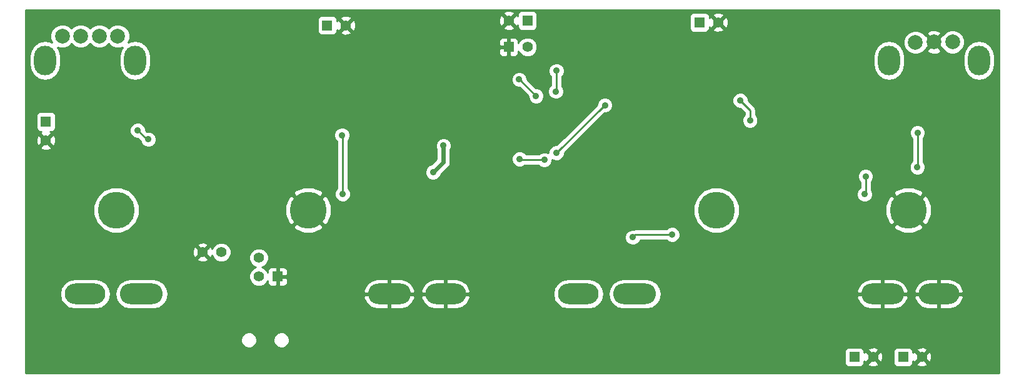
<source format=gbl>
G04 (created by PCBNEW (2013-07-07 BZR 4022)-stable) date 4/19/2015 11:38:55 PM*
%MOIN*%
G04 Gerber Fmt 3.4, Leading zero omitted, Abs format*
%FSLAX34Y34*%
G01*
G70*
G90*
G04 APERTURE LIST*
%ADD10C,0.00590551*%
%ADD11R,0.055X0.055*%
%ADD12C,0.055*%
%ADD13O,0.228346X0.110236*%
%ADD14O,0.216535X0.110236*%
%ADD15C,0.19685*%
%ADD16C,0.0787402*%
%ADD17O,0.11811X0.15748*%
%ADD18C,0.035*%
%ADD19C,0.01*%
%ADD20C,0.023622*%
G04 APERTURE END LIST*
G54D10*
G54D11*
X66250Y-85050D03*
G54D12*
X65250Y-85050D03*
X65250Y-84050D03*
G54D13*
X98503Y-85984D03*
G54D14*
X101503Y-85984D03*
G54D15*
X57650Y-81500D03*
X67886Y-81500D03*
X89650Y-81500D03*
X99886Y-81500D03*
G54D12*
X63250Y-83750D03*
X62250Y-83750D03*
G54D16*
X100265Y-72537D03*
X101250Y-72517D03*
X102234Y-72517D03*
G54D17*
X103651Y-73501D03*
X98848Y-73501D03*
G54D16*
X54773Y-72202D03*
X55757Y-72202D03*
X56742Y-72202D03*
X57726Y-72202D03*
G54D17*
X58651Y-73501D03*
X53848Y-73501D03*
G54D11*
X78574Y-72783D03*
G54D12*
X79574Y-72783D03*
G54D11*
X79574Y-71371D03*
G54D12*
X78574Y-71371D03*
G54D11*
X88748Y-71470D03*
G54D12*
X89748Y-71470D03*
G54D11*
X68896Y-71627D03*
G54D12*
X69896Y-71627D03*
G54D11*
X53897Y-76771D03*
G54D12*
X53897Y-77771D03*
G54D13*
X58996Y-85984D03*
G54D14*
X55996Y-85984D03*
G54D13*
X85295Y-85984D03*
G54D14*
X82295Y-85984D03*
G54D13*
X72204Y-85984D03*
G54D14*
X75204Y-85984D03*
G54D11*
X97000Y-89350D03*
G54D12*
X98000Y-89350D03*
G54D11*
X99600Y-89350D03*
G54D12*
X100600Y-89350D03*
G54D18*
X81120Y-74050D03*
X81090Y-75160D03*
X79130Y-74520D03*
X80030Y-75400D03*
X83700Y-75890D03*
X81120Y-78440D03*
X65250Y-84050D03*
X74540Y-79480D03*
X75098Y-78051D03*
X69690Y-77490D03*
X69720Y-80640D03*
X87290Y-82810D03*
X85190Y-82950D03*
X59360Y-77720D03*
X58790Y-77240D03*
X58650Y-75850D03*
X66200Y-86600D03*
X61000Y-77200D03*
X90150Y-78290D03*
X90040Y-74713D03*
X103090Y-80510D03*
X69890Y-72410D03*
X74550Y-78420D03*
X78740Y-81820D03*
X77300Y-75380D03*
X73480Y-75060D03*
X80470Y-78820D03*
X79150Y-78770D03*
X97550Y-80650D03*
X97600Y-79700D03*
X100370Y-77370D03*
X100360Y-79200D03*
X91440Y-76700D03*
X90920Y-75640D03*
G54D19*
X81120Y-75130D02*
X81120Y-74050D01*
X81090Y-75160D02*
X81120Y-75130D01*
X79150Y-74520D02*
X79130Y-74520D01*
X80030Y-75400D02*
X79150Y-74520D01*
X83670Y-75890D02*
X83700Y-75890D01*
X81120Y-78440D02*
X83670Y-75890D01*
G54D20*
X75098Y-78543D02*
X75098Y-78938D01*
X75098Y-78051D02*
X75098Y-78543D01*
G54D19*
X74556Y-79480D02*
X74540Y-79480D01*
G54D20*
X75098Y-78938D02*
X74556Y-79480D01*
G54D19*
X69690Y-77490D02*
X69720Y-77520D01*
X69720Y-77520D02*
X69720Y-80640D01*
X85330Y-82810D02*
X87290Y-82810D01*
X85190Y-82950D02*
X85330Y-82810D01*
X59270Y-77720D02*
X59360Y-77720D01*
X58790Y-77240D02*
X59270Y-77720D01*
X79200Y-78820D02*
X80470Y-78820D01*
X79150Y-78770D02*
X79200Y-78820D01*
X97550Y-80650D02*
X97600Y-80600D01*
X97600Y-80600D02*
X97600Y-79700D01*
X100370Y-79190D02*
X100370Y-77370D01*
X100360Y-79200D02*
X100370Y-79190D01*
X91440Y-76160D02*
X91440Y-76700D01*
X90920Y-75640D02*
X91440Y-76160D01*
G54D10*
G36*
X104700Y-90201D02*
X104492Y-90201D01*
X104492Y-73719D01*
X104492Y-73284D01*
X104428Y-72963D01*
X104245Y-72690D01*
X103973Y-72508D01*
X103651Y-72444D01*
X103329Y-72508D01*
X103057Y-72690D01*
X102878Y-72958D01*
X102878Y-72390D01*
X102780Y-72153D01*
X102599Y-71972D01*
X102362Y-71874D01*
X102106Y-71873D01*
X101870Y-71971D01*
X101706Y-72135D01*
X101703Y-72134D01*
X101633Y-72205D01*
X101633Y-72063D01*
X101594Y-71958D01*
X101354Y-71869D01*
X101098Y-71879D01*
X100905Y-71958D01*
X100866Y-72063D01*
X101250Y-72447D01*
X101633Y-72063D01*
X101633Y-72205D01*
X101320Y-72517D01*
X101703Y-72900D01*
X101706Y-72899D01*
X101869Y-73063D01*
X102105Y-73161D01*
X102361Y-73161D01*
X102598Y-73063D01*
X102779Y-72882D01*
X102877Y-72646D01*
X102878Y-72390D01*
X102878Y-72958D01*
X102875Y-72963D01*
X102811Y-73284D01*
X102811Y-73719D01*
X102875Y-74040D01*
X103057Y-74313D01*
X103329Y-74495D01*
X103651Y-74559D01*
X103973Y-74495D01*
X104245Y-74313D01*
X104428Y-74040D01*
X104492Y-73719D01*
X104492Y-90201D01*
X102817Y-90201D01*
X102817Y-86158D01*
X102817Y-85809D01*
X102794Y-85723D01*
X102637Y-85453D01*
X102388Y-85263D01*
X102085Y-85183D01*
X101633Y-85183D01*
X101633Y-72971D01*
X101250Y-72588D01*
X101179Y-72659D01*
X101179Y-72517D01*
X100796Y-72134D01*
X100779Y-72140D01*
X100630Y-71992D01*
X100394Y-71893D01*
X100138Y-71893D01*
X99901Y-71991D01*
X99720Y-72172D01*
X99622Y-72408D01*
X99621Y-72664D01*
X99719Y-72901D01*
X99900Y-73082D01*
X100137Y-73180D01*
X100393Y-73181D01*
X100629Y-73083D01*
X100811Y-72902D01*
X100822Y-72874D01*
X101179Y-72517D01*
X101179Y-72659D01*
X100866Y-72971D01*
X100905Y-73076D01*
X101145Y-73165D01*
X101401Y-73156D01*
X101594Y-73076D01*
X101633Y-72971D01*
X101633Y-85183D01*
X101553Y-85183D01*
X101553Y-85934D01*
X102772Y-85934D01*
X102817Y-85809D01*
X102817Y-86158D01*
X102772Y-86034D01*
X101553Y-86034D01*
X101553Y-86785D01*
X102085Y-86785D01*
X102388Y-86705D01*
X102637Y-86515D01*
X102794Y-86244D01*
X102817Y-86158D01*
X102817Y-90201D01*
X101453Y-90201D01*
X101453Y-86785D01*
X101453Y-86034D01*
X101453Y-85934D01*
X101453Y-85183D01*
X101120Y-85183D01*
X101120Y-81744D01*
X101120Y-81253D01*
X100932Y-80801D01*
X100795Y-80709D01*
X100795Y-77285D01*
X100730Y-77129D01*
X100611Y-77009D01*
X100454Y-76945D01*
X100285Y-76944D01*
X100129Y-77009D01*
X100009Y-77128D01*
X99945Y-77285D01*
X99944Y-77454D01*
X100009Y-77610D01*
X100070Y-77671D01*
X100070Y-78888D01*
X99999Y-78958D01*
X99935Y-79115D01*
X99934Y-79284D01*
X99999Y-79440D01*
X100118Y-79560D01*
X100275Y-79624D01*
X100444Y-79625D01*
X100600Y-79560D01*
X100720Y-79441D01*
X100784Y-79284D01*
X100785Y-79115D01*
X100720Y-78959D01*
X100670Y-78908D01*
X100670Y-77671D01*
X100730Y-77611D01*
X100794Y-77454D01*
X100795Y-77285D01*
X100795Y-80709D01*
X100766Y-80690D01*
X100695Y-80761D01*
X100695Y-80619D01*
X100584Y-80453D01*
X100131Y-80265D01*
X99688Y-80265D01*
X99688Y-73719D01*
X99688Y-73284D01*
X99624Y-72963D01*
X99442Y-72690D01*
X99170Y-72508D01*
X98848Y-72444D01*
X98526Y-72508D01*
X98254Y-72690D01*
X98071Y-72963D01*
X98007Y-73284D01*
X98007Y-73719D01*
X98071Y-74040D01*
X98254Y-74313D01*
X98526Y-74495D01*
X98848Y-74559D01*
X99170Y-74495D01*
X99442Y-74313D01*
X99624Y-74040D01*
X99688Y-73719D01*
X99688Y-80265D01*
X99640Y-80265D01*
X99187Y-80453D01*
X99076Y-80619D01*
X99886Y-81429D01*
X100695Y-80619D01*
X100695Y-80761D01*
X99956Y-81500D01*
X100766Y-82309D01*
X100932Y-82198D01*
X101120Y-81744D01*
X101120Y-85183D01*
X100922Y-85183D01*
X100695Y-85243D01*
X100695Y-82380D01*
X99886Y-81570D01*
X99815Y-81641D01*
X99815Y-81500D01*
X99005Y-80690D01*
X98839Y-80801D01*
X98651Y-81255D01*
X98652Y-81746D01*
X98839Y-82198D01*
X99005Y-82309D01*
X99815Y-81500D01*
X99815Y-81641D01*
X99076Y-82380D01*
X99187Y-82546D01*
X99641Y-82734D01*
X100132Y-82734D01*
X100584Y-82546D01*
X100695Y-82380D01*
X100695Y-85243D01*
X100619Y-85263D01*
X100370Y-85453D01*
X100213Y-85723D01*
X100190Y-85809D01*
X100235Y-85934D01*
X101453Y-85934D01*
X101453Y-86034D01*
X100235Y-86034D01*
X100190Y-86158D01*
X100213Y-86244D01*
X100370Y-86515D01*
X100619Y-86705D01*
X100922Y-86785D01*
X101453Y-86785D01*
X101453Y-90201D01*
X101129Y-90201D01*
X101129Y-89425D01*
X101118Y-89217D01*
X101060Y-89077D01*
X100967Y-89052D01*
X100897Y-89123D01*
X100897Y-88982D01*
X100872Y-88889D01*
X100675Y-88820D01*
X100467Y-88831D01*
X100327Y-88889D01*
X100302Y-88982D01*
X100600Y-89279D01*
X100897Y-88982D01*
X100897Y-89123D01*
X100670Y-89350D01*
X100967Y-89647D01*
X101060Y-89622D01*
X101129Y-89425D01*
X101129Y-90201D01*
X100897Y-90201D01*
X100897Y-89717D01*
X100600Y-89420D01*
X100529Y-89491D01*
X100529Y-89350D01*
X100232Y-89052D01*
X100139Y-89077D01*
X100125Y-89118D01*
X100125Y-89025D01*
X100087Y-88933D01*
X100016Y-88863D01*
X99924Y-88825D01*
X99876Y-88825D01*
X99876Y-86158D01*
X99876Y-85809D01*
X99853Y-85723D01*
X99696Y-85453D01*
X99447Y-85263D01*
X99144Y-85183D01*
X98553Y-85183D01*
X98553Y-85934D01*
X99831Y-85934D01*
X99876Y-85809D01*
X99876Y-86158D01*
X99831Y-86034D01*
X98553Y-86034D01*
X98553Y-86785D01*
X99144Y-86785D01*
X99447Y-86705D01*
X99696Y-86515D01*
X99853Y-86244D01*
X99876Y-86158D01*
X99876Y-88825D01*
X99825Y-88824D01*
X99275Y-88824D01*
X99183Y-88862D01*
X99113Y-88933D01*
X99075Y-89025D01*
X99074Y-89124D01*
X99074Y-89674D01*
X99112Y-89766D01*
X99183Y-89836D01*
X99275Y-89874D01*
X99374Y-89875D01*
X99924Y-89875D01*
X100016Y-89837D01*
X100086Y-89766D01*
X100124Y-89674D01*
X100125Y-89587D01*
X100139Y-89622D01*
X100232Y-89647D01*
X100529Y-89350D01*
X100529Y-89491D01*
X100302Y-89717D01*
X100327Y-89810D01*
X100524Y-89879D01*
X100732Y-89868D01*
X100872Y-89810D01*
X100897Y-89717D01*
X100897Y-90201D01*
X98529Y-90201D01*
X98529Y-89425D01*
X98518Y-89217D01*
X98460Y-89077D01*
X98453Y-89075D01*
X98453Y-86785D01*
X98453Y-86034D01*
X98453Y-85934D01*
X98453Y-85183D01*
X98025Y-85183D01*
X98025Y-79615D01*
X97960Y-79459D01*
X97841Y-79339D01*
X97684Y-79275D01*
X97515Y-79274D01*
X97359Y-79339D01*
X97239Y-79458D01*
X97175Y-79615D01*
X97174Y-79784D01*
X97239Y-79940D01*
X97300Y-80001D01*
X97300Y-80299D01*
X97189Y-80408D01*
X97125Y-80565D01*
X97124Y-80734D01*
X97189Y-80890D01*
X97308Y-81010D01*
X97465Y-81074D01*
X97634Y-81075D01*
X97790Y-81010D01*
X97910Y-80891D01*
X97974Y-80734D01*
X97975Y-80565D01*
X97910Y-80409D01*
X97900Y-80399D01*
X97900Y-80001D01*
X97960Y-79941D01*
X98024Y-79784D01*
X98025Y-79615D01*
X98025Y-85183D01*
X97863Y-85183D01*
X97560Y-85263D01*
X97311Y-85453D01*
X97154Y-85723D01*
X97131Y-85809D01*
X97176Y-85934D01*
X98453Y-85934D01*
X98453Y-86034D01*
X97176Y-86034D01*
X97131Y-86158D01*
X97154Y-86244D01*
X97311Y-86515D01*
X97560Y-86705D01*
X97863Y-86785D01*
X98453Y-86785D01*
X98453Y-89075D01*
X98367Y-89052D01*
X98297Y-89123D01*
X98297Y-88982D01*
X98272Y-88889D01*
X98075Y-88820D01*
X97867Y-88831D01*
X97727Y-88889D01*
X97702Y-88982D01*
X98000Y-89279D01*
X98297Y-88982D01*
X98297Y-89123D01*
X98070Y-89350D01*
X98367Y-89647D01*
X98460Y-89622D01*
X98529Y-89425D01*
X98529Y-90201D01*
X98297Y-90201D01*
X98297Y-89717D01*
X98000Y-89420D01*
X97929Y-89491D01*
X97929Y-89350D01*
X97632Y-89052D01*
X97539Y-89077D01*
X97525Y-89118D01*
X97525Y-89025D01*
X97487Y-88933D01*
X97416Y-88863D01*
X97324Y-88825D01*
X97225Y-88824D01*
X96675Y-88824D01*
X96583Y-88862D01*
X96513Y-88933D01*
X96475Y-89025D01*
X96474Y-89124D01*
X96474Y-89674D01*
X96512Y-89766D01*
X96583Y-89836D01*
X96675Y-89874D01*
X96774Y-89875D01*
X97324Y-89875D01*
X97416Y-89837D01*
X97486Y-89766D01*
X97524Y-89674D01*
X97525Y-89587D01*
X97539Y-89622D01*
X97632Y-89647D01*
X97929Y-89350D01*
X97929Y-89491D01*
X97702Y-89717D01*
X97727Y-89810D01*
X97924Y-89879D01*
X98132Y-89868D01*
X98272Y-89810D01*
X98297Y-89717D01*
X98297Y-90201D01*
X91865Y-90201D01*
X91865Y-76615D01*
X91800Y-76459D01*
X91740Y-76398D01*
X91740Y-76160D01*
X91717Y-76045D01*
X91652Y-75947D01*
X91652Y-75947D01*
X91344Y-75640D01*
X91345Y-75555D01*
X91280Y-75399D01*
X91161Y-75279D01*
X91004Y-75215D01*
X90835Y-75214D01*
X90679Y-75279D01*
X90559Y-75398D01*
X90495Y-75555D01*
X90494Y-75724D01*
X90559Y-75880D01*
X90678Y-76000D01*
X90835Y-76064D01*
X90920Y-76065D01*
X91140Y-76284D01*
X91140Y-76398D01*
X91079Y-76458D01*
X91015Y-76615D01*
X91014Y-76784D01*
X91079Y-76940D01*
X91198Y-77060D01*
X91355Y-77124D01*
X91524Y-77125D01*
X91680Y-77060D01*
X91800Y-76941D01*
X91864Y-76784D01*
X91865Y-76615D01*
X91865Y-90201D01*
X90884Y-90201D01*
X90884Y-81255D01*
X90696Y-80801D01*
X90350Y-80454D01*
X90278Y-80424D01*
X90278Y-71545D01*
X90267Y-71337D01*
X90209Y-71197D01*
X90116Y-71172D01*
X90045Y-71243D01*
X90045Y-71102D01*
X90021Y-71009D01*
X89824Y-70940D01*
X89616Y-70951D01*
X89476Y-71009D01*
X89451Y-71102D01*
X89748Y-71399D01*
X90045Y-71102D01*
X90045Y-71243D01*
X89819Y-71470D01*
X90116Y-71767D01*
X90209Y-71742D01*
X90278Y-71545D01*
X90278Y-80424D01*
X90045Y-80327D01*
X90045Y-71837D01*
X89748Y-71540D01*
X89678Y-71611D01*
X89678Y-71470D01*
X89381Y-71172D01*
X89288Y-71197D01*
X89273Y-71238D01*
X89273Y-71145D01*
X89235Y-71053D01*
X89165Y-70983D01*
X89073Y-70945D01*
X88974Y-70945D01*
X88424Y-70945D01*
X88332Y-70983D01*
X88262Y-71053D01*
X88223Y-71145D01*
X88223Y-71244D01*
X88223Y-71794D01*
X88261Y-71886D01*
X88332Y-71956D01*
X88423Y-71995D01*
X88523Y-71995D01*
X89073Y-71995D01*
X89165Y-71957D01*
X89235Y-71886D01*
X89273Y-71795D01*
X89273Y-71708D01*
X89288Y-71742D01*
X89381Y-71767D01*
X89678Y-71470D01*
X89678Y-71611D01*
X89451Y-71837D01*
X89476Y-71930D01*
X89673Y-71999D01*
X89881Y-71988D01*
X90021Y-71930D01*
X90045Y-71837D01*
X90045Y-80327D01*
X89896Y-80265D01*
X89405Y-80265D01*
X88951Y-80453D01*
X88604Y-80799D01*
X88415Y-81253D01*
X88415Y-81744D01*
X88603Y-82198D01*
X88949Y-82545D01*
X89403Y-82734D01*
X89894Y-82734D01*
X90348Y-82546D01*
X90695Y-82200D01*
X90884Y-81746D01*
X90884Y-81255D01*
X90884Y-90201D01*
X87715Y-90201D01*
X87715Y-82725D01*
X87650Y-82569D01*
X87531Y-82449D01*
X87374Y-82385D01*
X87205Y-82384D01*
X87049Y-82449D01*
X86988Y-82510D01*
X85330Y-82510D01*
X85254Y-82525D01*
X85254Y-82525D01*
X85105Y-82524D01*
X84949Y-82589D01*
X84829Y-82708D01*
X84765Y-82865D01*
X84764Y-83034D01*
X84829Y-83190D01*
X84948Y-83310D01*
X85105Y-83374D01*
X85274Y-83375D01*
X85430Y-83310D01*
X85550Y-83191D01*
X85583Y-83110D01*
X86988Y-83110D01*
X87048Y-83170D01*
X87205Y-83234D01*
X87374Y-83235D01*
X87530Y-83170D01*
X87650Y-83051D01*
X87714Y-82894D01*
X87715Y-82725D01*
X87715Y-90201D01*
X86714Y-90201D01*
X86714Y-85984D01*
X86653Y-85677D01*
X86479Y-85417D01*
X86219Y-85244D01*
X85913Y-85183D01*
X84677Y-85183D01*
X84370Y-85244D01*
X84125Y-85408D01*
X84125Y-75805D01*
X84060Y-75649D01*
X83941Y-75529D01*
X83784Y-75465D01*
X83615Y-75464D01*
X83459Y-75529D01*
X83339Y-75648D01*
X83275Y-75805D01*
X83275Y-75860D01*
X81545Y-77590D01*
X81545Y-73965D01*
X81480Y-73809D01*
X81361Y-73689D01*
X81204Y-73625D01*
X81035Y-73624D01*
X80879Y-73689D01*
X80759Y-73808D01*
X80695Y-73965D01*
X80694Y-74134D01*
X80759Y-74290D01*
X80820Y-74351D01*
X80820Y-74829D01*
X80729Y-74918D01*
X80665Y-75075D01*
X80664Y-75244D01*
X80729Y-75400D01*
X80848Y-75520D01*
X81005Y-75584D01*
X81174Y-75585D01*
X81330Y-75520D01*
X81450Y-75401D01*
X81514Y-75244D01*
X81515Y-75075D01*
X81450Y-74919D01*
X81420Y-74889D01*
X81420Y-74351D01*
X81480Y-74291D01*
X81544Y-74134D01*
X81545Y-73965D01*
X81545Y-77590D01*
X81120Y-78015D01*
X81035Y-78014D01*
X80879Y-78079D01*
X80759Y-78198D01*
X80695Y-78355D01*
X80694Y-78453D01*
X80554Y-78395D01*
X80455Y-78394D01*
X80455Y-75315D01*
X80390Y-75159D01*
X80271Y-75039D01*
X80114Y-74975D01*
X80099Y-74975D01*
X80099Y-72679D01*
X80099Y-72679D01*
X80099Y-71597D01*
X80099Y-71047D01*
X80061Y-70955D01*
X79991Y-70884D01*
X79899Y-70846D01*
X79800Y-70846D01*
X79250Y-70846D01*
X79158Y-70884D01*
X79087Y-70954D01*
X79049Y-71046D01*
X79049Y-71133D01*
X79035Y-71098D01*
X78942Y-71074D01*
X78871Y-71145D01*
X78871Y-71003D01*
X78847Y-70911D01*
X78650Y-70841D01*
X78442Y-70853D01*
X78301Y-70911D01*
X78277Y-71003D01*
X78574Y-71300D01*
X78871Y-71003D01*
X78871Y-71145D01*
X78645Y-71371D01*
X78942Y-71668D01*
X79035Y-71644D01*
X79049Y-71603D01*
X79049Y-71696D01*
X79087Y-71788D01*
X79158Y-71858D01*
X79249Y-71896D01*
X79349Y-71896D01*
X79899Y-71896D01*
X79991Y-71858D01*
X80061Y-71788D01*
X80099Y-71696D01*
X80099Y-71597D01*
X80099Y-72679D01*
X80020Y-72486D01*
X79872Y-72338D01*
X79679Y-72258D01*
X79470Y-72258D01*
X79277Y-72338D01*
X79129Y-72485D01*
X79099Y-72558D01*
X79099Y-72557D01*
X79099Y-72458D01*
X79061Y-72366D01*
X78991Y-72296D01*
X78899Y-72258D01*
X78871Y-72258D01*
X78871Y-71739D01*
X78574Y-71442D01*
X78504Y-71513D01*
X78504Y-71371D01*
X78207Y-71074D01*
X78114Y-71098D01*
X78044Y-71295D01*
X78056Y-71504D01*
X78114Y-71644D01*
X78207Y-71668D01*
X78504Y-71371D01*
X78504Y-71513D01*
X78277Y-71739D01*
X78301Y-71832D01*
X78499Y-71901D01*
X78707Y-71890D01*
X78847Y-71832D01*
X78871Y-71739D01*
X78871Y-72258D01*
X78687Y-72258D01*
X78624Y-72320D01*
X78624Y-72733D01*
X78632Y-72733D01*
X78632Y-72833D01*
X78624Y-72833D01*
X78624Y-73245D01*
X78687Y-73308D01*
X78899Y-73308D01*
X78991Y-73270D01*
X79061Y-73200D01*
X79099Y-73108D01*
X79099Y-73008D01*
X79099Y-73008D01*
X79129Y-73080D01*
X79277Y-73228D01*
X79469Y-73308D01*
X79678Y-73308D01*
X79871Y-73228D01*
X80019Y-73081D01*
X80099Y-72888D01*
X80099Y-72679D01*
X80099Y-74975D01*
X80029Y-74974D01*
X79555Y-74500D01*
X79555Y-74435D01*
X79490Y-74279D01*
X79371Y-74159D01*
X79214Y-74095D01*
X79045Y-74094D01*
X78889Y-74159D01*
X78769Y-74278D01*
X78705Y-74435D01*
X78704Y-74604D01*
X78769Y-74760D01*
X78888Y-74880D01*
X79045Y-74944D01*
X79150Y-74945D01*
X79605Y-75399D01*
X79604Y-75484D01*
X79669Y-75640D01*
X79788Y-75760D01*
X79945Y-75824D01*
X80114Y-75825D01*
X80270Y-75760D01*
X80390Y-75641D01*
X80454Y-75484D01*
X80455Y-75315D01*
X80455Y-78394D01*
X80385Y-78394D01*
X80229Y-78459D01*
X80168Y-78520D01*
X79500Y-78520D01*
X79391Y-78409D01*
X79234Y-78345D01*
X79065Y-78344D01*
X78909Y-78409D01*
X78789Y-78528D01*
X78725Y-78685D01*
X78724Y-78854D01*
X78789Y-79010D01*
X78908Y-79130D01*
X79065Y-79194D01*
X79234Y-79195D01*
X79390Y-79130D01*
X79400Y-79120D01*
X80168Y-79120D01*
X80228Y-79180D01*
X80385Y-79244D01*
X80554Y-79245D01*
X80710Y-79180D01*
X80830Y-79061D01*
X80894Y-78904D01*
X80895Y-78806D01*
X81035Y-78864D01*
X81204Y-78865D01*
X81360Y-78800D01*
X81480Y-78681D01*
X81544Y-78524D01*
X81545Y-78439D01*
X83669Y-76314D01*
X83784Y-76315D01*
X83940Y-76250D01*
X84060Y-76131D01*
X84124Y-75974D01*
X84125Y-75805D01*
X84125Y-85408D01*
X84110Y-85417D01*
X83937Y-85677D01*
X83876Y-85984D01*
X83937Y-86290D01*
X84110Y-86550D01*
X84370Y-86724D01*
X84677Y-86785D01*
X85913Y-86785D01*
X86219Y-86724D01*
X86479Y-86550D01*
X86653Y-86290D01*
X86714Y-85984D01*
X86714Y-90201D01*
X83654Y-90201D01*
X83654Y-85984D01*
X83593Y-85677D01*
X83419Y-85417D01*
X83159Y-85244D01*
X82852Y-85183D01*
X81737Y-85183D01*
X81431Y-85244D01*
X81171Y-85417D01*
X80997Y-85677D01*
X80936Y-85984D01*
X80997Y-86290D01*
X81171Y-86550D01*
X81431Y-86724D01*
X81737Y-86785D01*
X82852Y-86785D01*
X83159Y-86724D01*
X83419Y-86550D01*
X83593Y-86290D01*
X83654Y-85984D01*
X83654Y-90201D01*
X78524Y-90201D01*
X78524Y-73245D01*
X78524Y-72833D01*
X78524Y-72733D01*
X78524Y-72320D01*
X78462Y-72258D01*
X78250Y-72258D01*
X78158Y-72296D01*
X78087Y-72366D01*
X78049Y-72458D01*
X78049Y-72557D01*
X78049Y-72670D01*
X78112Y-72733D01*
X78524Y-72733D01*
X78524Y-72833D01*
X78112Y-72833D01*
X78049Y-72895D01*
X78049Y-73008D01*
X78049Y-73108D01*
X78087Y-73200D01*
X78158Y-73270D01*
X78250Y-73308D01*
X78462Y-73308D01*
X78524Y-73245D01*
X78524Y-90201D01*
X76518Y-90201D01*
X76518Y-86158D01*
X76518Y-85809D01*
X76495Y-85723D01*
X76338Y-85453D01*
X76089Y-85263D01*
X75786Y-85183D01*
X75523Y-85183D01*
X75523Y-77967D01*
X75458Y-77810D01*
X75339Y-77691D01*
X75183Y-77626D01*
X75014Y-77626D01*
X74857Y-77690D01*
X74738Y-77810D01*
X74673Y-77966D01*
X74673Y-78135D01*
X74730Y-78273D01*
X74730Y-78543D01*
X74730Y-78785D01*
X74461Y-79054D01*
X74455Y-79054D01*
X74299Y-79119D01*
X74179Y-79238D01*
X74115Y-79395D01*
X74114Y-79564D01*
X74179Y-79720D01*
X74298Y-79840D01*
X74455Y-79904D01*
X74624Y-79905D01*
X74780Y-79840D01*
X74900Y-79721D01*
X74945Y-79612D01*
X75358Y-79198D01*
X75438Y-79079D01*
X75466Y-78938D01*
X75466Y-78543D01*
X75466Y-78272D01*
X75523Y-78136D01*
X75523Y-77967D01*
X75523Y-85183D01*
X75254Y-85183D01*
X75254Y-85934D01*
X76473Y-85934D01*
X76518Y-85809D01*
X76518Y-86158D01*
X76473Y-86034D01*
X75254Y-86034D01*
X75254Y-86785D01*
X75786Y-86785D01*
X76089Y-86705D01*
X76338Y-86515D01*
X76495Y-86244D01*
X76518Y-86158D01*
X76518Y-90201D01*
X75154Y-90201D01*
X75154Y-86785D01*
X75154Y-86034D01*
X75154Y-85934D01*
X75154Y-85183D01*
X74623Y-85183D01*
X74320Y-85263D01*
X74071Y-85453D01*
X73913Y-85723D01*
X73891Y-85809D01*
X73936Y-85934D01*
X75154Y-85934D01*
X75154Y-86034D01*
X73936Y-86034D01*
X73891Y-86158D01*
X73913Y-86244D01*
X74071Y-86515D01*
X74320Y-86705D01*
X74623Y-86785D01*
X75154Y-86785D01*
X75154Y-90201D01*
X73577Y-90201D01*
X73577Y-86158D01*
X73577Y-85809D01*
X73554Y-85723D01*
X73397Y-85453D01*
X73148Y-85263D01*
X72845Y-85183D01*
X72254Y-85183D01*
X72254Y-85934D01*
X73532Y-85934D01*
X73577Y-85809D01*
X73577Y-86158D01*
X73532Y-86034D01*
X72254Y-86034D01*
X72254Y-86785D01*
X72845Y-86785D01*
X73148Y-86705D01*
X73397Y-86515D01*
X73554Y-86244D01*
X73577Y-86158D01*
X73577Y-90201D01*
X72154Y-90201D01*
X72154Y-86785D01*
X72154Y-86034D01*
X72154Y-85934D01*
X72154Y-85183D01*
X71564Y-85183D01*
X71261Y-85263D01*
X71012Y-85453D01*
X70854Y-85723D01*
X70832Y-85809D01*
X70877Y-85934D01*
X72154Y-85934D01*
X72154Y-86034D01*
X70877Y-86034D01*
X70832Y-86158D01*
X70854Y-86244D01*
X71012Y-86515D01*
X71261Y-86705D01*
X71564Y-86785D01*
X72154Y-86785D01*
X72154Y-90201D01*
X70425Y-90201D01*
X70425Y-71703D01*
X70414Y-71494D01*
X70356Y-71354D01*
X70263Y-71330D01*
X70193Y-71401D01*
X70193Y-71259D01*
X70168Y-71167D01*
X69971Y-71097D01*
X69763Y-71108D01*
X69623Y-71167D01*
X69598Y-71259D01*
X69896Y-71556D01*
X70193Y-71259D01*
X70193Y-71401D01*
X69966Y-71627D01*
X70263Y-71924D01*
X70356Y-71900D01*
X70425Y-71703D01*
X70425Y-90201D01*
X70193Y-90201D01*
X70193Y-71995D01*
X69896Y-71698D01*
X69825Y-71768D01*
X69825Y-71627D01*
X69528Y-71330D01*
X69435Y-71354D01*
X69421Y-71395D01*
X69421Y-71303D01*
X69383Y-71211D01*
X69312Y-71140D01*
X69221Y-71102D01*
X69121Y-71102D01*
X68571Y-71102D01*
X68479Y-71140D01*
X68409Y-71210D01*
X68371Y-71302D01*
X68371Y-71402D01*
X68371Y-71952D01*
X68408Y-72043D01*
X68479Y-72114D01*
X68571Y-72152D01*
X68670Y-72152D01*
X69220Y-72152D01*
X69312Y-72114D01*
X69382Y-72044D01*
X69421Y-71952D01*
X69421Y-71865D01*
X69435Y-71900D01*
X69528Y-71924D01*
X69825Y-71627D01*
X69825Y-71768D01*
X69598Y-71995D01*
X69623Y-72088D01*
X69820Y-72157D01*
X70028Y-72146D01*
X70168Y-72088D01*
X70193Y-71995D01*
X70193Y-90201D01*
X70145Y-90201D01*
X70145Y-80555D01*
X70080Y-80399D01*
X70020Y-80338D01*
X70020Y-77761D01*
X70050Y-77731D01*
X70114Y-77574D01*
X70115Y-77405D01*
X70050Y-77249D01*
X69931Y-77129D01*
X69774Y-77065D01*
X69605Y-77064D01*
X69449Y-77129D01*
X69329Y-77248D01*
X69265Y-77405D01*
X69264Y-77574D01*
X69329Y-77730D01*
X69420Y-77821D01*
X69420Y-80338D01*
X69359Y-80398D01*
X69295Y-80555D01*
X69294Y-80724D01*
X69359Y-80880D01*
X69478Y-81000D01*
X69635Y-81064D01*
X69804Y-81065D01*
X69960Y-81000D01*
X70080Y-80881D01*
X70144Y-80724D01*
X70145Y-80555D01*
X70145Y-90201D01*
X69120Y-90201D01*
X69120Y-81744D01*
X69120Y-81253D01*
X68932Y-80801D01*
X68766Y-80690D01*
X68695Y-80761D01*
X68695Y-80619D01*
X68584Y-80453D01*
X68131Y-80265D01*
X67640Y-80265D01*
X67187Y-80453D01*
X67076Y-80619D01*
X67886Y-81429D01*
X68695Y-80619D01*
X68695Y-80761D01*
X67956Y-81500D01*
X68766Y-82309D01*
X68932Y-82198D01*
X69120Y-81744D01*
X69120Y-90201D01*
X68695Y-90201D01*
X68695Y-82380D01*
X67886Y-81570D01*
X67815Y-81641D01*
X67815Y-81500D01*
X67005Y-80690D01*
X66839Y-80801D01*
X66651Y-81255D01*
X66652Y-81746D01*
X66839Y-82198D01*
X67005Y-82309D01*
X67815Y-81500D01*
X67815Y-81641D01*
X67076Y-82380D01*
X67187Y-82546D01*
X67641Y-82734D01*
X68132Y-82734D01*
X68584Y-82546D01*
X68695Y-82380D01*
X68695Y-90201D01*
X66883Y-90201D01*
X66883Y-88359D01*
X66818Y-88202D01*
X66775Y-88159D01*
X66775Y-85374D01*
X66775Y-84725D01*
X66737Y-84633D01*
X66666Y-84563D01*
X66574Y-84525D01*
X66475Y-84524D01*
X66362Y-84525D01*
X66300Y-84587D01*
X66300Y-85000D01*
X66712Y-85000D01*
X66775Y-84937D01*
X66775Y-84725D01*
X66775Y-85374D01*
X66775Y-85162D01*
X66712Y-85100D01*
X66300Y-85100D01*
X66300Y-85512D01*
X66362Y-85575D01*
X66475Y-85575D01*
X66574Y-85574D01*
X66666Y-85536D01*
X66737Y-85466D01*
X66775Y-85374D01*
X66775Y-88159D01*
X66698Y-88082D01*
X66541Y-88017D01*
X66371Y-88017D01*
X66214Y-88082D01*
X66200Y-88097D01*
X66200Y-85512D01*
X66200Y-85100D01*
X66192Y-85100D01*
X66192Y-85000D01*
X66200Y-85000D01*
X66200Y-84587D01*
X66137Y-84525D01*
X66024Y-84524D01*
X65925Y-84525D01*
X65833Y-84563D01*
X65762Y-84633D01*
X65724Y-84725D01*
X65724Y-84824D01*
X65695Y-84753D01*
X65547Y-84605D01*
X65414Y-84549D01*
X65547Y-84495D01*
X65694Y-84347D01*
X65774Y-84154D01*
X65775Y-83946D01*
X65695Y-83753D01*
X65547Y-83605D01*
X65354Y-83525D01*
X65146Y-83524D01*
X64953Y-83604D01*
X64805Y-83752D01*
X64725Y-83945D01*
X64724Y-84153D01*
X64804Y-84347D01*
X64952Y-84494D01*
X65085Y-84550D01*
X64953Y-84604D01*
X64805Y-84752D01*
X64725Y-84945D01*
X64724Y-85153D01*
X64804Y-85347D01*
X64952Y-85494D01*
X65145Y-85574D01*
X65353Y-85575D01*
X65547Y-85495D01*
X65694Y-85347D01*
X65724Y-85275D01*
X65724Y-85374D01*
X65762Y-85466D01*
X65833Y-85536D01*
X65925Y-85574D01*
X66024Y-85575D01*
X66137Y-85575D01*
X66200Y-85512D01*
X66200Y-88097D01*
X66094Y-88202D01*
X66029Y-88359D01*
X66029Y-88529D01*
X66094Y-88686D01*
X66214Y-88806D01*
X66371Y-88871D01*
X66541Y-88871D01*
X66698Y-88806D01*
X66818Y-88686D01*
X66883Y-88529D01*
X66883Y-88359D01*
X66883Y-90201D01*
X65151Y-90201D01*
X65151Y-88359D01*
X65086Y-88202D01*
X64966Y-88082D01*
X64809Y-88017D01*
X64639Y-88017D01*
X64482Y-88082D01*
X64362Y-88202D01*
X64297Y-88359D01*
X64297Y-88529D01*
X64362Y-88686D01*
X64482Y-88806D01*
X64639Y-88871D01*
X64809Y-88871D01*
X64966Y-88806D01*
X65086Y-88686D01*
X65151Y-88529D01*
X65151Y-88359D01*
X65151Y-90201D01*
X63775Y-90201D01*
X63775Y-83646D01*
X63695Y-83453D01*
X63547Y-83305D01*
X63354Y-83225D01*
X63146Y-83224D01*
X62953Y-83304D01*
X62805Y-83452D01*
X62752Y-83578D01*
X62710Y-83477D01*
X62617Y-83452D01*
X62547Y-83523D01*
X62547Y-83382D01*
X62522Y-83289D01*
X62325Y-83220D01*
X62117Y-83231D01*
X61977Y-83289D01*
X61952Y-83382D01*
X62250Y-83679D01*
X62547Y-83382D01*
X62547Y-83523D01*
X62320Y-83750D01*
X62617Y-84047D01*
X62710Y-84022D01*
X62749Y-83912D01*
X62804Y-84047D01*
X62952Y-84194D01*
X63145Y-84274D01*
X63353Y-84275D01*
X63547Y-84195D01*
X63694Y-84047D01*
X63774Y-83854D01*
X63775Y-83646D01*
X63775Y-90201D01*
X62547Y-90201D01*
X62547Y-84117D01*
X62250Y-83820D01*
X62179Y-83891D01*
X62179Y-83750D01*
X61882Y-83452D01*
X61789Y-83477D01*
X61720Y-83674D01*
X61731Y-83882D01*
X61789Y-84022D01*
X61882Y-84047D01*
X62179Y-83750D01*
X62179Y-83891D01*
X61952Y-84117D01*
X61977Y-84210D01*
X62174Y-84279D01*
X62382Y-84268D01*
X62522Y-84210D01*
X62547Y-84117D01*
X62547Y-90201D01*
X60415Y-90201D01*
X60415Y-85984D01*
X60354Y-85677D01*
X60180Y-85417D01*
X59920Y-85244D01*
X59785Y-85217D01*
X59785Y-77635D01*
X59720Y-77479D01*
X59601Y-77359D01*
X59492Y-77314D01*
X59492Y-73719D01*
X59492Y-73284D01*
X59428Y-72963D01*
X59245Y-72690D01*
X58973Y-72508D01*
X58651Y-72444D01*
X58329Y-72508D01*
X58283Y-72539D01*
X58369Y-72331D01*
X58370Y-72075D01*
X58272Y-71838D01*
X58091Y-71657D01*
X57854Y-71559D01*
X57598Y-71558D01*
X57362Y-71656D01*
X57234Y-71784D01*
X57107Y-71657D01*
X56870Y-71559D01*
X56614Y-71558D01*
X56377Y-71656D01*
X56249Y-71784D01*
X56122Y-71657D01*
X55886Y-71559D01*
X55630Y-71558D01*
X55393Y-71656D01*
X55265Y-71784D01*
X55138Y-71657D01*
X54902Y-71559D01*
X54646Y-71558D01*
X54409Y-71656D01*
X54228Y-71837D01*
X54130Y-72074D01*
X54129Y-72330D01*
X54216Y-72538D01*
X54170Y-72508D01*
X53848Y-72444D01*
X53526Y-72508D01*
X53254Y-72690D01*
X53071Y-72963D01*
X53007Y-73284D01*
X53007Y-73719D01*
X53071Y-74040D01*
X53254Y-74313D01*
X53526Y-74495D01*
X53848Y-74559D01*
X54170Y-74495D01*
X54442Y-74313D01*
X54624Y-74040D01*
X54688Y-73719D01*
X54688Y-73284D01*
X54624Y-72963D01*
X54509Y-72789D01*
X54645Y-72846D01*
X54901Y-72846D01*
X55137Y-72748D01*
X55265Y-72620D01*
X55392Y-72748D01*
X55629Y-72846D01*
X55885Y-72846D01*
X56122Y-72748D01*
X56250Y-72620D01*
X56377Y-72748D01*
X56613Y-72846D01*
X56869Y-72846D01*
X57106Y-72748D01*
X57234Y-72620D01*
X57361Y-72748D01*
X57597Y-72846D01*
X57853Y-72846D01*
X57990Y-72790D01*
X57875Y-72963D01*
X57811Y-73284D01*
X57811Y-73719D01*
X57875Y-74040D01*
X58057Y-74313D01*
X58329Y-74495D01*
X58651Y-74559D01*
X58973Y-74495D01*
X59245Y-74313D01*
X59428Y-74040D01*
X59492Y-73719D01*
X59492Y-77314D01*
X59444Y-77295D01*
X59275Y-77294D01*
X59271Y-77296D01*
X59214Y-77240D01*
X59215Y-77155D01*
X59150Y-76999D01*
X59031Y-76879D01*
X58874Y-76815D01*
X58705Y-76814D01*
X58549Y-76879D01*
X58429Y-76998D01*
X58365Y-77155D01*
X58364Y-77324D01*
X58429Y-77480D01*
X58548Y-77600D01*
X58705Y-77664D01*
X58790Y-77665D01*
X58938Y-77812D01*
X58999Y-77960D01*
X59118Y-78080D01*
X59275Y-78144D01*
X59444Y-78145D01*
X59600Y-78080D01*
X59720Y-77961D01*
X59784Y-77804D01*
X59785Y-77635D01*
X59785Y-85217D01*
X59613Y-85183D01*
X58884Y-85183D01*
X58884Y-81255D01*
X58696Y-80801D01*
X58350Y-80454D01*
X57896Y-80265D01*
X57405Y-80265D01*
X56951Y-80453D01*
X56604Y-80799D01*
X56415Y-81253D01*
X56415Y-81744D01*
X56603Y-82198D01*
X56949Y-82545D01*
X57403Y-82734D01*
X57894Y-82734D01*
X58348Y-82546D01*
X58695Y-82200D01*
X58884Y-81746D01*
X58884Y-81255D01*
X58884Y-85183D01*
X58378Y-85183D01*
X58071Y-85244D01*
X57811Y-85417D01*
X57638Y-85677D01*
X57577Y-85984D01*
X57638Y-86290D01*
X57811Y-86550D01*
X58071Y-86724D01*
X58378Y-86785D01*
X59613Y-86785D01*
X59920Y-86724D01*
X60180Y-86550D01*
X60354Y-86290D01*
X60415Y-85984D01*
X60415Y-90201D01*
X57354Y-90201D01*
X57354Y-85984D01*
X57293Y-85677D01*
X57120Y-85417D01*
X56860Y-85244D01*
X56553Y-85183D01*
X55438Y-85183D01*
X55131Y-85244D01*
X54871Y-85417D01*
X54698Y-85677D01*
X54637Y-85984D01*
X54698Y-86290D01*
X54871Y-86550D01*
X55131Y-86724D01*
X55438Y-86785D01*
X56553Y-86785D01*
X56860Y-86724D01*
X57120Y-86550D01*
X57293Y-86290D01*
X57354Y-85984D01*
X57354Y-90201D01*
X54427Y-90201D01*
X54427Y-77847D01*
X54422Y-77758D01*
X54422Y-76997D01*
X54422Y-76447D01*
X54384Y-76355D01*
X54314Y-76284D01*
X54222Y-76246D01*
X54123Y-76246D01*
X53573Y-76246D01*
X53481Y-76284D01*
X53410Y-76354D01*
X53372Y-76446D01*
X53372Y-76546D01*
X53372Y-77096D01*
X53410Y-77188D01*
X53480Y-77258D01*
X53572Y-77296D01*
X53659Y-77296D01*
X53624Y-77311D01*
X53600Y-77403D01*
X53897Y-77700D01*
X54194Y-77403D01*
X54170Y-77311D01*
X54129Y-77296D01*
X54222Y-77296D01*
X54314Y-77258D01*
X54384Y-77188D01*
X54422Y-77096D01*
X54422Y-76997D01*
X54422Y-77758D01*
X54416Y-77638D01*
X54358Y-77498D01*
X54265Y-77474D01*
X53968Y-77771D01*
X54265Y-78068D01*
X54358Y-78044D01*
X54427Y-77847D01*
X54427Y-90201D01*
X54194Y-90201D01*
X54194Y-78139D01*
X53897Y-77842D01*
X53826Y-77913D01*
X53826Y-77771D01*
X53529Y-77474D01*
X53437Y-77498D01*
X53367Y-77695D01*
X53379Y-77904D01*
X53437Y-78044D01*
X53529Y-78068D01*
X53826Y-77771D01*
X53826Y-77913D01*
X53600Y-78139D01*
X53624Y-78232D01*
X53821Y-78301D01*
X54030Y-78290D01*
X54170Y-78232D01*
X54194Y-78139D01*
X54194Y-90201D01*
X52800Y-90201D01*
X52800Y-70801D01*
X104700Y-70801D01*
X104700Y-90201D01*
X104700Y-90201D01*
G37*
G54D19*
X104700Y-90201D02*
X104492Y-90201D01*
X104492Y-73719D01*
X104492Y-73284D01*
X104428Y-72963D01*
X104245Y-72690D01*
X103973Y-72508D01*
X103651Y-72444D01*
X103329Y-72508D01*
X103057Y-72690D01*
X102878Y-72958D01*
X102878Y-72390D01*
X102780Y-72153D01*
X102599Y-71972D01*
X102362Y-71874D01*
X102106Y-71873D01*
X101870Y-71971D01*
X101706Y-72135D01*
X101703Y-72134D01*
X101633Y-72205D01*
X101633Y-72063D01*
X101594Y-71958D01*
X101354Y-71869D01*
X101098Y-71879D01*
X100905Y-71958D01*
X100866Y-72063D01*
X101250Y-72447D01*
X101633Y-72063D01*
X101633Y-72205D01*
X101320Y-72517D01*
X101703Y-72900D01*
X101706Y-72899D01*
X101869Y-73063D01*
X102105Y-73161D01*
X102361Y-73161D01*
X102598Y-73063D01*
X102779Y-72882D01*
X102877Y-72646D01*
X102878Y-72390D01*
X102878Y-72958D01*
X102875Y-72963D01*
X102811Y-73284D01*
X102811Y-73719D01*
X102875Y-74040D01*
X103057Y-74313D01*
X103329Y-74495D01*
X103651Y-74559D01*
X103973Y-74495D01*
X104245Y-74313D01*
X104428Y-74040D01*
X104492Y-73719D01*
X104492Y-90201D01*
X102817Y-90201D01*
X102817Y-86158D01*
X102817Y-85809D01*
X102794Y-85723D01*
X102637Y-85453D01*
X102388Y-85263D01*
X102085Y-85183D01*
X101633Y-85183D01*
X101633Y-72971D01*
X101250Y-72588D01*
X101179Y-72659D01*
X101179Y-72517D01*
X100796Y-72134D01*
X100779Y-72140D01*
X100630Y-71992D01*
X100394Y-71893D01*
X100138Y-71893D01*
X99901Y-71991D01*
X99720Y-72172D01*
X99622Y-72408D01*
X99621Y-72664D01*
X99719Y-72901D01*
X99900Y-73082D01*
X100137Y-73180D01*
X100393Y-73181D01*
X100629Y-73083D01*
X100811Y-72902D01*
X100822Y-72874D01*
X101179Y-72517D01*
X101179Y-72659D01*
X100866Y-72971D01*
X100905Y-73076D01*
X101145Y-73165D01*
X101401Y-73156D01*
X101594Y-73076D01*
X101633Y-72971D01*
X101633Y-85183D01*
X101553Y-85183D01*
X101553Y-85934D01*
X102772Y-85934D01*
X102817Y-85809D01*
X102817Y-86158D01*
X102772Y-86034D01*
X101553Y-86034D01*
X101553Y-86785D01*
X102085Y-86785D01*
X102388Y-86705D01*
X102637Y-86515D01*
X102794Y-86244D01*
X102817Y-86158D01*
X102817Y-90201D01*
X101453Y-90201D01*
X101453Y-86785D01*
X101453Y-86034D01*
X101453Y-85934D01*
X101453Y-85183D01*
X101120Y-85183D01*
X101120Y-81744D01*
X101120Y-81253D01*
X100932Y-80801D01*
X100795Y-80709D01*
X100795Y-77285D01*
X100730Y-77129D01*
X100611Y-77009D01*
X100454Y-76945D01*
X100285Y-76944D01*
X100129Y-77009D01*
X100009Y-77128D01*
X99945Y-77285D01*
X99944Y-77454D01*
X100009Y-77610D01*
X100070Y-77671D01*
X100070Y-78888D01*
X99999Y-78958D01*
X99935Y-79115D01*
X99934Y-79284D01*
X99999Y-79440D01*
X100118Y-79560D01*
X100275Y-79624D01*
X100444Y-79625D01*
X100600Y-79560D01*
X100720Y-79441D01*
X100784Y-79284D01*
X100785Y-79115D01*
X100720Y-78959D01*
X100670Y-78908D01*
X100670Y-77671D01*
X100730Y-77611D01*
X100794Y-77454D01*
X100795Y-77285D01*
X100795Y-80709D01*
X100766Y-80690D01*
X100695Y-80761D01*
X100695Y-80619D01*
X100584Y-80453D01*
X100131Y-80265D01*
X99688Y-80265D01*
X99688Y-73719D01*
X99688Y-73284D01*
X99624Y-72963D01*
X99442Y-72690D01*
X99170Y-72508D01*
X98848Y-72444D01*
X98526Y-72508D01*
X98254Y-72690D01*
X98071Y-72963D01*
X98007Y-73284D01*
X98007Y-73719D01*
X98071Y-74040D01*
X98254Y-74313D01*
X98526Y-74495D01*
X98848Y-74559D01*
X99170Y-74495D01*
X99442Y-74313D01*
X99624Y-74040D01*
X99688Y-73719D01*
X99688Y-80265D01*
X99640Y-80265D01*
X99187Y-80453D01*
X99076Y-80619D01*
X99886Y-81429D01*
X100695Y-80619D01*
X100695Y-80761D01*
X99956Y-81500D01*
X100766Y-82309D01*
X100932Y-82198D01*
X101120Y-81744D01*
X101120Y-85183D01*
X100922Y-85183D01*
X100695Y-85243D01*
X100695Y-82380D01*
X99886Y-81570D01*
X99815Y-81641D01*
X99815Y-81500D01*
X99005Y-80690D01*
X98839Y-80801D01*
X98651Y-81255D01*
X98652Y-81746D01*
X98839Y-82198D01*
X99005Y-82309D01*
X99815Y-81500D01*
X99815Y-81641D01*
X99076Y-82380D01*
X99187Y-82546D01*
X99641Y-82734D01*
X100132Y-82734D01*
X100584Y-82546D01*
X100695Y-82380D01*
X100695Y-85243D01*
X100619Y-85263D01*
X100370Y-85453D01*
X100213Y-85723D01*
X100190Y-85809D01*
X100235Y-85934D01*
X101453Y-85934D01*
X101453Y-86034D01*
X100235Y-86034D01*
X100190Y-86158D01*
X100213Y-86244D01*
X100370Y-86515D01*
X100619Y-86705D01*
X100922Y-86785D01*
X101453Y-86785D01*
X101453Y-90201D01*
X101129Y-90201D01*
X101129Y-89425D01*
X101118Y-89217D01*
X101060Y-89077D01*
X100967Y-89052D01*
X100897Y-89123D01*
X100897Y-88982D01*
X100872Y-88889D01*
X100675Y-88820D01*
X100467Y-88831D01*
X100327Y-88889D01*
X100302Y-88982D01*
X100600Y-89279D01*
X100897Y-88982D01*
X100897Y-89123D01*
X100670Y-89350D01*
X100967Y-89647D01*
X101060Y-89622D01*
X101129Y-89425D01*
X101129Y-90201D01*
X100897Y-90201D01*
X100897Y-89717D01*
X100600Y-89420D01*
X100529Y-89491D01*
X100529Y-89350D01*
X100232Y-89052D01*
X100139Y-89077D01*
X100125Y-89118D01*
X100125Y-89025D01*
X100087Y-88933D01*
X100016Y-88863D01*
X99924Y-88825D01*
X99876Y-88825D01*
X99876Y-86158D01*
X99876Y-85809D01*
X99853Y-85723D01*
X99696Y-85453D01*
X99447Y-85263D01*
X99144Y-85183D01*
X98553Y-85183D01*
X98553Y-85934D01*
X99831Y-85934D01*
X99876Y-85809D01*
X99876Y-86158D01*
X99831Y-86034D01*
X98553Y-86034D01*
X98553Y-86785D01*
X99144Y-86785D01*
X99447Y-86705D01*
X99696Y-86515D01*
X99853Y-86244D01*
X99876Y-86158D01*
X99876Y-88825D01*
X99825Y-88824D01*
X99275Y-88824D01*
X99183Y-88862D01*
X99113Y-88933D01*
X99075Y-89025D01*
X99074Y-89124D01*
X99074Y-89674D01*
X99112Y-89766D01*
X99183Y-89836D01*
X99275Y-89874D01*
X99374Y-89875D01*
X99924Y-89875D01*
X100016Y-89837D01*
X100086Y-89766D01*
X100124Y-89674D01*
X100125Y-89587D01*
X100139Y-89622D01*
X100232Y-89647D01*
X100529Y-89350D01*
X100529Y-89491D01*
X100302Y-89717D01*
X100327Y-89810D01*
X100524Y-89879D01*
X100732Y-89868D01*
X100872Y-89810D01*
X100897Y-89717D01*
X100897Y-90201D01*
X98529Y-90201D01*
X98529Y-89425D01*
X98518Y-89217D01*
X98460Y-89077D01*
X98453Y-89075D01*
X98453Y-86785D01*
X98453Y-86034D01*
X98453Y-85934D01*
X98453Y-85183D01*
X98025Y-85183D01*
X98025Y-79615D01*
X97960Y-79459D01*
X97841Y-79339D01*
X97684Y-79275D01*
X97515Y-79274D01*
X97359Y-79339D01*
X97239Y-79458D01*
X97175Y-79615D01*
X97174Y-79784D01*
X97239Y-79940D01*
X97300Y-80001D01*
X97300Y-80299D01*
X97189Y-80408D01*
X97125Y-80565D01*
X97124Y-80734D01*
X97189Y-80890D01*
X97308Y-81010D01*
X97465Y-81074D01*
X97634Y-81075D01*
X97790Y-81010D01*
X97910Y-80891D01*
X97974Y-80734D01*
X97975Y-80565D01*
X97910Y-80409D01*
X97900Y-80399D01*
X97900Y-80001D01*
X97960Y-79941D01*
X98024Y-79784D01*
X98025Y-79615D01*
X98025Y-85183D01*
X97863Y-85183D01*
X97560Y-85263D01*
X97311Y-85453D01*
X97154Y-85723D01*
X97131Y-85809D01*
X97176Y-85934D01*
X98453Y-85934D01*
X98453Y-86034D01*
X97176Y-86034D01*
X97131Y-86158D01*
X97154Y-86244D01*
X97311Y-86515D01*
X97560Y-86705D01*
X97863Y-86785D01*
X98453Y-86785D01*
X98453Y-89075D01*
X98367Y-89052D01*
X98297Y-89123D01*
X98297Y-88982D01*
X98272Y-88889D01*
X98075Y-88820D01*
X97867Y-88831D01*
X97727Y-88889D01*
X97702Y-88982D01*
X98000Y-89279D01*
X98297Y-88982D01*
X98297Y-89123D01*
X98070Y-89350D01*
X98367Y-89647D01*
X98460Y-89622D01*
X98529Y-89425D01*
X98529Y-90201D01*
X98297Y-90201D01*
X98297Y-89717D01*
X98000Y-89420D01*
X97929Y-89491D01*
X97929Y-89350D01*
X97632Y-89052D01*
X97539Y-89077D01*
X97525Y-89118D01*
X97525Y-89025D01*
X97487Y-88933D01*
X97416Y-88863D01*
X97324Y-88825D01*
X97225Y-88824D01*
X96675Y-88824D01*
X96583Y-88862D01*
X96513Y-88933D01*
X96475Y-89025D01*
X96474Y-89124D01*
X96474Y-89674D01*
X96512Y-89766D01*
X96583Y-89836D01*
X96675Y-89874D01*
X96774Y-89875D01*
X97324Y-89875D01*
X97416Y-89837D01*
X97486Y-89766D01*
X97524Y-89674D01*
X97525Y-89587D01*
X97539Y-89622D01*
X97632Y-89647D01*
X97929Y-89350D01*
X97929Y-89491D01*
X97702Y-89717D01*
X97727Y-89810D01*
X97924Y-89879D01*
X98132Y-89868D01*
X98272Y-89810D01*
X98297Y-89717D01*
X98297Y-90201D01*
X91865Y-90201D01*
X91865Y-76615D01*
X91800Y-76459D01*
X91740Y-76398D01*
X91740Y-76160D01*
X91717Y-76045D01*
X91652Y-75947D01*
X91652Y-75947D01*
X91344Y-75640D01*
X91345Y-75555D01*
X91280Y-75399D01*
X91161Y-75279D01*
X91004Y-75215D01*
X90835Y-75214D01*
X90679Y-75279D01*
X90559Y-75398D01*
X90495Y-75555D01*
X90494Y-75724D01*
X90559Y-75880D01*
X90678Y-76000D01*
X90835Y-76064D01*
X90920Y-76065D01*
X91140Y-76284D01*
X91140Y-76398D01*
X91079Y-76458D01*
X91015Y-76615D01*
X91014Y-76784D01*
X91079Y-76940D01*
X91198Y-77060D01*
X91355Y-77124D01*
X91524Y-77125D01*
X91680Y-77060D01*
X91800Y-76941D01*
X91864Y-76784D01*
X91865Y-76615D01*
X91865Y-90201D01*
X90884Y-90201D01*
X90884Y-81255D01*
X90696Y-80801D01*
X90350Y-80454D01*
X90278Y-80424D01*
X90278Y-71545D01*
X90267Y-71337D01*
X90209Y-71197D01*
X90116Y-71172D01*
X90045Y-71243D01*
X90045Y-71102D01*
X90021Y-71009D01*
X89824Y-70940D01*
X89616Y-70951D01*
X89476Y-71009D01*
X89451Y-71102D01*
X89748Y-71399D01*
X90045Y-71102D01*
X90045Y-71243D01*
X89819Y-71470D01*
X90116Y-71767D01*
X90209Y-71742D01*
X90278Y-71545D01*
X90278Y-80424D01*
X90045Y-80327D01*
X90045Y-71837D01*
X89748Y-71540D01*
X89678Y-71611D01*
X89678Y-71470D01*
X89381Y-71172D01*
X89288Y-71197D01*
X89273Y-71238D01*
X89273Y-71145D01*
X89235Y-71053D01*
X89165Y-70983D01*
X89073Y-70945D01*
X88974Y-70945D01*
X88424Y-70945D01*
X88332Y-70983D01*
X88262Y-71053D01*
X88223Y-71145D01*
X88223Y-71244D01*
X88223Y-71794D01*
X88261Y-71886D01*
X88332Y-71956D01*
X88423Y-71995D01*
X88523Y-71995D01*
X89073Y-71995D01*
X89165Y-71957D01*
X89235Y-71886D01*
X89273Y-71795D01*
X89273Y-71708D01*
X89288Y-71742D01*
X89381Y-71767D01*
X89678Y-71470D01*
X89678Y-71611D01*
X89451Y-71837D01*
X89476Y-71930D01*
X89673Y-71999D01*
X89881Y-71988D01*
X90021Y-71930D01*
X90045Y-71837D01*
X90045Y-80327D01*
X89896Y-80265D01*
X89405Y-80265D01*
X88951Y-80453D01*
X88604Y-80799D01*
X88415Y-81253D01*
X88415Y-81744D01*
X88603Y-82198D01*
X88949Y-82545D01*
X89403Y-82734D01*
X89894Y-82734D01*
X90348Y-82546D01*
X90695Y-82200D01*
X90884Y-81746D01*
X90884Y-81255D01*
X90884Y-90201D01*
X87715Y-90201D01*
X87715Y-82725D01*
X87650Y-82569D01*
X87531Y-82449D01*
X87374Y-82385D01*
X87205Y-82384D01*
X87049Y-82449D01*
X86988Y-82510D01*
X85330Y-82510D01*
X85254Y-82525D01*
X85254Y-82525D01*
X85105Y-82524D01*
X84949Y-82589D01*
X84829Y-82708D01*
X84765Y-82865D01*
X84764Y-83034D01*
X84829Y-83190D01*
X84948Y-83310D01*
X85105Y-83374D01*
X85274Y-83375D01*
X85430Y-83310D01*
X85550Y-83191D01*
X85583Y-83110D01*
X86988Y-83110D01*
X87048Y-83170D01*
X87205Y-83234D01*
X87374Y-83235D01*
X87530Y-83170D01*
X87650Y-83051D01*
X87714Y-82894D01*
X87715Y-82725D01*
X87715Y-90201D01*
X86714Y-90201D01*
X86714Y-85984D01*
X86653Y-85677D01*
X86479Y-85417D01*
X86219Y-85244D01*
X85913Y-85183D01*
X84677Y-85183D01*
X84370Y-85244D01*
X84125Y-85408D01*
X84125Y-75805D01*
X84060Y-75649D01*
X83941Y-75529D01*
X83784Y-75465D01*
X83615Y-75464D01*
X83459Y-75529D01*
X83339Y-75648D01*
X83275Y-75805D01*
X83275Y-75860D01*
X81545Y-77590D01*
X81545Y-73965D01*
X81480Y-73809D01*
X81361Y-73689D01*
X81204Y-73625D01*
X81035Y-73624D01*
X80879Y-73689D01*
X80759Y-73808D01*
X80695Y-73965D01*
X80694Y-74134D01*
X80759Y-74290D01*
X80820Y-74351D01*
X80820Y-74829D01*
X80729Y-74918D01*
X80665Y-75075D01*
X80664Y-75244D01*
X80729Y-75400D01*
X80848Y-75520D01*
X81005Y-75584D01*
X81174Y-75585D01*
X81330Y-75520D01*
X81450Y-75401D01*
X81514Y-75244D01*
X81515Y-75075D01*
X81450Y-74919D01*
X81420Y-74889D01*
X81420Y-74351D01*
X81480Y-74291D01*
X81544Y-74134D01*
X81545Y-73965D01*
X81545Y-77590D01*
X81120Y-78015D01*
X81035Y-78014D01*
X80879Y-78079D01*
X80759Y-78198D01*
X80695Y-78355D01*
X80694Y-78453D01*
X80554Y-78395D01*
X80455Y-78394D01*
X80455Y-75315D01*
X80390Y-75159D01*
X80271Y-75039D01*
X80114Y-74975D01*
X80099Y-74975D01*
X80099Y-72679D01*
X80099Y-72679D01*
X80099Y-71597D01*
X80099Y-71047D01*
X80061Y-70955D01*
X79991Y-70884D01*
X79899Y-70846D01*
X79800Y-70846D01*
X79250Y-70846D01*
X79158Y-70884D01*
X79087Y-70954D01*
X79049Y-71046D01*
X79049Y-71133D01*
X79035Y-71098D01*
X78942Y-71074D01*
X78871Y-71145D01*
X78871Y-71003D01*
X78847Y-70911D01*
X78650Y-70841D01*
X78442Y-70853D01*
X78301Y-70911D01*
X78277Y-71003D01*
X78574Y-71300D01*
X78871Y-71003D01*
X78871Y-71145D01*
X78645Y-71371D01*
X78942Y-71668D01*
X79035Y-71644D01*
X79049Y-71603D01*
X79049Y-71696D01*
X79087Y-71788D01*
X79158Y-71858D01*
X79249Y-71896D01*
X79349Y-71896D01*
X79899Y-71896D01*
X79991Y-71858D01*
X80061Y-71788D01*
X80099Y-71696D01*
X80099Y-71597D01*
X80099Y-72679D01*
X80020Y-72486D01*
X79872Y-72338D01*
X79679Y-72258D01*
X79470Y-72258D01*
X79277Y-72338D01*
X79129Y-72485D01*
X79099Y-72558D01*
X79099Y-72557D01*
X79099Y-72458D01*
X79061Y-72366D01*
X78991Y-72296D01*
X78899Y-72258D01*
X78871Y-72258D01*
X78871Y-71739D01*
X78574Y-71442D01*
X78504Y-71513D01*
X78504Y-71371D01*
X78207Y-71074D01*
X78114Y-71098D01*
X78044Y-71295D01*
X78056Y-71504D01*
X78114Y-71644D01*
X78207Y-71668D01*
X78504Y-71371D01*
X78504Y-71513D01*
X78277Y-71739D01*
X78301Y-71832D01*
X78499Y-71901D01*
X78707Y-71890D01*
X78847Y-71832D01*
X78871Y-71739D01*
X78871Y-72258D01*
X78687Y-72258D01*
X78624Y-72320D01*
X78624Y-72733D01*
X78632Y-72733D01*
X78632Y-72833D01*
X78624Y-72833D01*
X78624Y-73245D01*
X78687Y-73308D01*
X78899Y-73308D01*
X78991Y-73270D01*
X79061Y-73200D01*
X79099Y-73108D01*
X79099Y-73008D01*
X79099Y-73008D01*
X79129Y-73080D01*
X79277Y-73228D01*
X79469Y-73308D01*
X79678Y-73308D01*
X79871Y-73228D01*
X80019Y-73081D01*
X80099Y-72888D01*
X80099Y-72679D01*
X80099Y-74975D01*
X80029Y-74974D01*
X79555Y-74500D01*
X79555Y-74435D01*
X79490Y-74279D01*
X79371Y-74159D01*
X79214Y-74095D01*
X79045Y-74094D01*
X78889Y-74159D01*
X78769Y-74278D01*
X78705Y-74435D01*
X78704Y-74604D01*
X78769Y-74760D01*
X78888Y-74880D01*
X79045Y-74944D01*
X79150Y-74945D01*
X79605Y-75399D01*
X79604Y-75484D01*
X79669Y-75640D01*
X79788Y-75760D01*
X79945Y-75824D01*
X80114Y-75825D01*
X80270Y-75760D01*
X80390Y-75641D01*
X80454Y-75484D01*
X80455Y-75315D01*
X80455Y-78394D01*
X80385Y-78394D01*
X80229Y-78459D01*
X80168Y-78520D01*
X79500Y-78520D01*
X79391Y-78409D01*
X79234Y-78345D01*
X79065Y-78344D01*
X78909Y-78409D01*
X78789Y-78528D01*
X78725Y-78685D01*
X78724Y-78854D01*
X78789Y-79010D01*
X78908Y-79130D01*
X79065Y-79194D01*
X79234Y-79195D01*
X79390Y-79130D01*
X79400Y-79120D01*
X80168Y-79120D01*
X80228Y-79180D01*
X80385Y-79244D01*
X80554Y-79245D01*
X80710Y-79180D01*
X80830Y-79061D01*
X80894Y-78904D01*
X80895Y-78806D01*
X81035Y-78864D01*
X81204Y-78865D01*
X81360Y-78800D01*
X81480Y-78681D01*
X81544Y-78524D01*
X81545Y-78439D01*
X83669Y-76314D01*
X83784Y-76315D01*
X83940Y-76250D01*
X84060Y-76131D01*
X84124Y-75974D01*
X84125Y-75805D01*
X84125Y-85408D01*
X84110Y-85417D01*
X83937Y-85677D01*
X83876Y-85984D01*
X83937Y-86290D01*
X84110Y-86550D01*
X84370Y-86724D01*
X84677Y-86785D01*
X85913Y-86785D01*
X86219Y-86724D01*
X86479Y-86550D01*
X86653Y-86290D01*
X86714Y-85984D01*
X86714Y-90201D01*
X83654Y-90201D01*
X83654Y-85984D01*
X83593Y-85677D01*
X83419Y-85417D01*
X83159Y-85244D01*
X82852Y-85183D01*
X81737Y-85183D01*
X81431Y-85244D01*
X81171Y-85417D01*
X80997Y-85677D01*
X80936Y-85984D01*
X80997Y-86290D01*
X81171Y-86550D01*
X81431Y-86724D01*
X81737Y-86785D01*
X82852Y-86785D01*
X83159Y-86724D01*
X83419Y-86550D01*
X83593Y-86290D01*
X83654Y-85984D01*
X83654Y-90201D01*
X78524Y-90201D01*
X78524Y-73245D01*
X78524Y-72833D01*
X78524Y-72733D01*
X78524Y-72320D01*
X78462Y-72258D01*
X78250Y-72258D01*
X78158Y-72296D01*
X78087Y-72366D01*
X78049Y-72458D01*
X78049Y-72557D01*
X78049Y-72670D01*
X78112Y-72733D01*
X78524Y-72733D01*
X78524Y-72833D01*
X78112Y-72833D01*
X78049Y-72895D01*
X78049Y-73008D01*
X78049Y-73108D01*
X78087Y-73200D01*
X78158Y-73270D01*
X78250Y-73308D01*
X78462Y-73308D01*
X78524Y-73245D01*
X78524Y-90201D01*
X76518Y-90201D01*
X76518Y-86158D01*
X76518Y-85809D01*
X76495Y-85723D01*
X76338Y-85453D01*
X76089Y-85263D01*
X75786Y-85183D01*
X75523Y-85183D01*
X75523Y-77967D01*
X75458Y-77810D01*
X75339Y-77691D01*
X75183Y-77626D01*
X75014Y-77626D01*
X74857Y-77690D01*
X74738Y-77810D01*
X74673Y-77966D01*
X74673Y-78135D01*
X74730Y-78273D01*
X74730Y-78543D01*
X74730Y-78785D01*
X74461Y-79054D01*
X74455Y-79054D01*
X74299Y-79119D01*
X74179Y-79238D01*
X74115Y-79395D01*
X74114Y-79564D01*
X74179Y-79720D01*
X74298Y-79840D01*
X74455Y-79904D01*
X74624Y-79905D01*
X74780Y-79840D01*
X74900Y-79721D01*
X74945Y-79612D01*
X75358Y-79198D01*
X75438Y-79079D01*
X75466Y-78938D01*
X75466Y-78543D01*
X75466Y-78272D01*
X75523Y-78136D01*
X75523Y-77967D01*
X75523Y-85183D01*
X75254Y-85183D01*
X75254Y-85934D01*
X76473Y-85934D01*
X76518Y-85809D01*
X76518Y-86158D01*
X76473Y-86034D01*
X75254Y-86034D01*
X75254Y-86785D01*
X75786Y-86785D01*
X76089Y-86705D01*
X76338Y-86515D01*
X76495Y-86244D01*
X76518Y-86158D01*
X76518Y-90201D01*
X75154Y-90201D01*
X75154Y-86785D01*
X75154Y-86034D01*
X75154Y-85934D01*
X75154Y-85183D01*
X74623Y-85183D01*
X74320Y-85263D01*
X74071Y-85453D01*
X73913Y-85723D01*
X73891Y-85809D01*
X73936Y-85934D01*
X75154Y-85934D01*
X75154Y-86034D01*
X73936Y-86034D01*
X73891Y-86158D01*
X73913Y-86244D01*
X74071Y-86515D01*
X74320Y-86705D01*
X74623Y-86785D01*
X75154Y-86785D01*
X75154Y-90201D01*
X73577Y-90201D01*
X73577Y-86158D01*
X73577Y-85809D01*
X73554Y-85723D01*
X73397Y-85453D01*
X73148Y-85263D01*
X72845Y-85183D01*
X72254Y-85183D01*
X72254Y-85934D01*
X73532Y-85934D01*
X73577Y-85809D01*
X73577Y-86158D01*
X73532Y-86034D01*
X72254Y-86034D01*
X72254Y-86785D01*
X72845Y-86785D01*
X73148Y-86705D01*
X73397Y-86515D01*
X73554Y-86244D01*
X73577Y-86158D01*
X73577Y-90201D01*
X72154Y-90201D01*
X72154Y-86785D01*
X72154Y-86034D01*
X72154Y-85934D01*
X72154Y-85183D01*
X71564Y-85183D01*
X71261Y-85263D01*
X71012Y-85453D01*
X70854Y-85723D01*
X70832Y-85809D01*
X70877Y-85934D01*
X72154Y-85934D01*
X72154Y-86034D01*
X70877Y-86034D01*
X70832Y-86158D01*
X70854Y-86244D01*
X71012Y-86515D01*
X71261Y-86705D01*
X71564Y-86785D01*
X72154Y-86785D01*
X72154Y-90201D01*
X70425Y-90201D01*
X70425Y-71703D01*
X70414Y-71494D01*
X70356Y-71354D01*
X70263Y-71330D01*
X70193Y-71401D01*
X70193Y-71259D01*
X70168Y-71167D01*
X69971Y-71097D01*
X69763Y-71108D01*
X69623Y-71167D01*
X69598Y-71259D01*
X69896Y-71556D01*
X70193Y-71259D01*
X70193Y-71401D01*
X69966Y-71627D01*
X70263Y-71924D01*
X70356Y-71900D01*
X70425Y-71703D01*
X70425Y-90201D01*
X70193Y-90201D01*
X70193Y-71995D01*
X69896Y-71698D01*
X69825Y-71768D01*
X69825Y-71627D01*
X69528Y-71330D01*
X69435Y-71354D01*
X69421Y-71395D01*
X69421Y-71303D01*
X69383Y-71211D01*
X69312Y-71140D01*
X69221Y-71102D01*
X69121Y-71102D01*
X68571Y-71102D01*
X68479Y-71140D01*
X68409Y-71210D01*
X68371Y-71302D01*
X68371Y-71402D01*
X68371Y-71952D01*
X68408Y-72043D01*
X68479Y-72114D01*
X68571Y-72152D01*
X68670Y-72152D01*
X69220Y-72152D01*
X69312Y-72114D01*
X69382Y-72044D01*
X69421Y-71952D01*
X69421Y-71865D01*
X69435Y-71900D01*
X69528Y-71924D01*
X69825Y-71627D01*
X69825Y-71768D01*
X69598Y-71995D01*
X69623Y-72088D01*
X69820Y-72157D01*
X70028Y-72146D01*
X70168Y-72088D01*
X70193Y-71995D01*
X70193Y-90201D01*
X70145Y-90201D01*
X70145Y-80555D01*
X70080Y-80399D01*
X70020Y-80338D01*
X70020Y-77761D01*
X70050Y-77731D01*
X70114Y-77574D01*
X70115Y-77405D01*
X70050Y-77249D01*
X69931Y-77129D01*
X69774Y-77065D01*
X69605Y-77064D01*
X69449Y-77129D01*
X69329Y-77248D01*
X69265Y-77405D01*
X69264Y-77574D01*
X69329Y-77730D01*
X69420Y-77821D01*
X69420Y-80338D01*
X69359Y-80398D01*
X69295Y-80555D01*
X69294Y-80724D01*
X69359Y-80880D01*
X69478Y-81000D01*
X69635Y-81064D01*
X69804Y-81065D01*
X69960Y-81000D01*
X70080Y-80881D01*
X70144Y-80724D01*
X70145Y-80555D01*
X70145Y-90201D01*
X69120Y-90201D01*
X69120Y-81744D01*
X69120Y-81253D01*
X68932Y-80801D01*
X68766Y-80690D01*
X68695Y-80761D01*
X68695Y-80619D01*
X68584Y-80453D01*
X68131Y-80265D01*
X67640Y-80265D01*
X67187Y-80453D01*
X67076Y-80619D01*
X67886Y-81429D01*
X68695Y-80619D01*
X68695Y-80761D01*
X67956Y-81500D01*
X68766Y-82309D01*
X68932Y-82198D01*
X69120Y-81744D01*
X69120Y-90201D01*
X68695Y-90201D01*
X68695Y-82380D01*
X67886Y-81570D01*
X67815Y-81641D01*
X67815Y-81500D01*
X67005Y-80690D01*
X66839Y-80801D01*
X66651Y-81255D01*
X66652Y-81746D01*
X66839Y-82198D01*
X67005Y-82309D01*
X67815Y-81500D01*
X67815Y-81641D01*
X67076Y-82380D01*
X67187Y-82546D01*
X67641Y-82734D01*
X68132Y-82734D01*
X68584Y-82546D01*
X68695Y-82380D01*
X68695Y-90201D01*
X66883Y-90201D01*
X66883Y-88359D01*
X66818Y-88202D01*
X66775Y-88159D01*
X66775Y-85374D01*
X66775Y-84725D01*
X66737Y-84633D01*
X66666Y-84563D01*
X66574Y-84525D01*
X66475Y-84524D01*
X66362Y-84525D01*
X66300Y-84587D01*
X66300Y-85000D01*
X66712Y-85000D01*
X66775Y-84937D01*
X66775Y-84725D01*
X66775Y-85374D01*
X66775Y-85162D01*
X66712Y-85100D01*
X66300Y-85100D01*
X66300Y-85512D01*
X66362Y-85575D01*
X66475Y-85575D01*
X66574Y-85574D01*
X66666Y-85536D01*
X66737Y-85466D01*
X66775Y-85374D01*
X66775Y-88159D01*
X66698Y-88082D01*
X66541Y-88017D01*
X66371Y-88017D01*
X66214Y-88082D01*
X66200Y-88097D01*
X66200Y-85512D01*
X66200Y-85100D01*
X66192Y-85100D01*
X66192Y-85000D01*
X66200Y-85000D01*
X66200Y-84587D01*
X66137Y-84525D01*
X66024Y-84524D01*
X65925Y-84525D01*
X65833Y-84563D01*
X65762Y-84633D01*
X65724Y-84725D01*
X65724Y-84824D01*
X65695Y-84753D01*
X65547Y-84605D01*
X65414Y-84549D01*
X65547Y-84495D01*
X65694Y-84347D01*
X65774Y-84154D01*
X65775Y-83946D01*
X65695Y-83753D01*
X65547Y-83605D01*
X65354Y-83525D01*
X65146Y-83524D01*
X64953Y-83604D01*
X64805Y-83752D01*
X64725Y-83945D01*
X64724Y-84153D01*
X64804Y-84347D01*
X64952Y-84494D01*
X65085Y-84550D01*
X64953Y-84604D01*
X64805Y-84752D01*
X64725Y-84945D01*
X64724Y-85153D01*
X64804Y-85347D01*
X64952Y-85494D01*
X65145Y-85574D01*
X65353Y-85575D01*
X65547Y-85495D01*
X65694Y-85347D01*
X65724Y-85275D01*
X65724Y-85374D01*
X65762Y-85466D01*
X65833Y-85536D01*
X65925Y-85574D01*
X66024Y-85575D01*
X66137Y-85575D01*
X66200Y-85512D01*
X66200Y-88097D01*
X66094Y-88202D01*
X66029Y-88359D01*
X66029Y-88529D01*
X66094Y-88686D01*
X66214Y-88806D01*
X66371Y-88871D01*
X66541Y-88871D01*
X66698Y-88806D01*
X66818Y-88686D01*
X66883Y-88529D01*
X66883Y-88359D01*
X66883Y-90201D01*
X65151Y-90201D01*
X65151Y-88359D01*
X65086Y-88202D01*
X64966Y-88082D01*
X64809Y-88017D01*
X64639Y-88017D01*
X64482Y-88082D01*
X64362Y-88202D01*
X64297Y-88359D01*
X64297Y-88529D01*
X64362Y-88686D01*
X64482Y-88806D01*
X64639Y-88871D01*
X64809Y-88871D01*
X64966Y-88806D01*
X65086Y-88686D01*
X65151Y-88529D01*
X65151Y-88359D01*
X65151Y-90201D01*
X63775Y-90201D01*
X63775Y-83646D01*
X63695Y-83453D01*
X63547Y-83305D01*
X63354Y-83225D01*
X63146Y-83224D01*
X62953Y-83304D01*
X62805Y-83452D01*
X62752Y-83578D01*
X62710Y-83477D01*
X62617Y-83452D01*
X62547Y-83523D01*
X62547Y-83382D01*
X62522Y-83289D01*
X62325Y-83220D01*
X62117Y-83231D01*
X61977Y-83289D01*
X61952Y-83382D01*
X62250Y-83679D01*
X62547Y-83382D01*
X62547Y-83523D01*
X62320Y-83750D01*
X62617Y-84047D01*
X62710Y-84022D01*
X62749Y-83912D01*
X62804Y-84047D01*
X62952Y-84194D01*
X63145Y-84274D01*
X63353Y-84275D01*
X63547Y-84195D01*
X63694Y-84047D01*
X63774Y-83854D01*
X63775Y-83646D01*
X63775Y-90201D01*
X62547Y-90201D01*
X62547Y-84117D01*
X62250Y-83820D01*
X62179Y-83891D01*
X62179Y-83750D01*
X61882Y-83452D01*
X61789Y-83477D01*
X61720Y-83674D01*
X61731Y-83882D01*
X61789Y-84022D01*
X61882Y-84047D01*
X62179Y-83750D01*
X62179Y-83891D01*
X61952Y-84117D01*
X61977Y-84210D01*
X62174Y-84279D01*
X62382Y-84268D01*
X62522Y-84210D01*
X62547Y-84117D01*
X62547Y-90201D01*
X60415Y-90201D01*
X60415Y-85984D01*
X60354Y-85677D01*
X60180Y-85417D01*
X59920Y-85244D01*
X59785Y-85217D01*
X59785Y-77635D01*
X59720Y-77479D01*
X59601Y-77359D01*
X59492Y-77314D01*
X59492Y-73719D01*
X59492Y-73284D01*
X59428Y-72963D01*
X59245Y-72690D01*
X58973Y-72508D01*
X58651Y-72444D01*
X58329Y-72508D01*
X58283Y-72539D01*
X58369Y-72331D01*
X58370Y-72075D01*
X58272Y-71838D01*
X58091Y-71657D01*
X57854Y-71559D01*
X57598Y-71558D01*
X57362Y-71656D01*
X57234Y-71784D01*
X57107Y-71657D01*
X56870Y-71559D01*
X56614Y-71558D01*
X56377Y-71656D01*
X56249Y-71784D01*
X56122Y-71657D01*
X55886Y-71559D01*
X55630Y-71558D01*
X55393Y-71656D01*
X55265Y-71784D01*
X55138Y-71657D01*
X54902Y-71559D01*
X54646Y-71558D01*
X54409Y-71656D01*
X54228Y-71837D01*
X54130Y-72074D01*
X54129Y-72330D01*
X54216Y-72538D01*
X54170Y-72508D01*
X53848Y-72444D01*
X53526Y-72508D01*
X53254Y-72690D01*
X53071Y-72963D01*
X53007Y-73284D01*
X53007Y-73719D01*
X53071Y-74040D01*
X53254Y-74313D01*
X53526Y-74495D01*
X53848Y-74559D01*
X54170Y-74495D01*
X54442Y-74313D01*
X54624Y-74040D01*
X54688Y-73719D01*
X54688Y-73284D01*
X54624Y-72963D01*
X54509Y-72789D01*
X54645Y-72846D01*
X54901Y-72846D01*
X55137Y-72748D01*
X55265Y-72620D01*
X55392Y-72748D01*
X55629Y-72846D01*
X55885Y-72846D01*
X56122Y-72748D01*
X56250Y-72620D01*
X56377Y-72748D01*
X56613Y-72846D01*
X56869Y-72846D01*
X57106Y-72748D01*
X57234Y-72620D01*
X57361Y-72748D01*
X57597Y-72846D01*
X57853Y-72846D01*
X57990Y-72790D01*
X57875Y-72963D01*
X57811Y-73284D01*
X57811Y-73719D01*
X57875Y-74040D01*
X58057Y-74313D01*
X58329Y-74495D01*
X58651Y-74559D01*
X58973Y-74495D01*
X59245Y-74313D01*
X59428Y-74040D01*
X59492Y-73719D01*
X59492Y-77314D01*
X59444Y-77295D01*
X59275Y-77294D01*
X59271Y-77296D01*
X59214Y-77240D01*
X59215Y-77155D01*
X59150Y-76999D01*
X59031Y-76879D01*
X58874Y-76815D01*
X58705Y-76814D01*
X58549Y-76879D01*
X58429Y-76998D01*
X58365Y-77155D01*
X58364Y-77324D01*
X58429Y-77480D01*
X58548Y-77600D01*
X58705Y-77664D01*
X58790Y-77665D01*
X58938Y-77812D01*
X58999Y-77960D01*
X59118Y-78080D01*
X59275Y-78144D01*
X59444Y-78145D01*
X59600Y-78080D01*
X59720Y-77961D01*
X59784Y-77804D01*
X59785Y-77635D01*
X59785Y-85217D01*
X59613Y-85183D01*
X58884Y-85183D01*
X58884Y-81255D01*
X58696Y-80801D01*
X58350Y-80454D01*
X57896Y-80265D01*
X57405Y-80265D01*
X56951Y-80453D01*
X56604Y-80799D01*
X56415Y-81253D01*
X56415Y-81744D01*
X56603Y-82198D01*
X56949Y-82545D01*
X57403Y-82734D01*
X57894Y-82734D01*
X58348Y-82546D01*
X58695Y-82200D01*
X58884Y-81746D01*
X58884Y-81255D01*
X58884Y-85183D01*
X58378Y-85183D01*
X58071Y-85244D01*
X57811Y-85417D01*
X57638Y-85677D01*
X57577Y-85984D01*
X57638Y-86290D01*
X57811Y-86550D01*
X58071Y-86724D01*
X58378Y-86785D01*
X59613Y-86785D01*
X59920Y-86724D01*
X60180Y-86550D01*
X60354Y-86290D01*
X60415Y-85984D01*
X60415Y-90201D01*
X57354Y-90201D01*
X57354Y-85984D01*
X57293Y-85677D01*
X57120Y-85417D01*
X56860Y-85244D01*
X56553Y-85183D01*
X55438Y-85183D01*
X55131Y-85244D01*
X54871Y-85417D01*
X54698Y-85677D01*
X54637Y-85984D01*
X54698Y-86290D01*
X54871Y-86550D01*
X55131Y-86724D01*
X55438Y-86785D01*
X56553Y-86785D01*
X56860Y-86724D01*
X57120Y-86550D01*
X57293Y-86290D01*
X57354Y-85984D01*
X57354Y-90201D01*
X54427Y-90201D01*
X54427Y-77847D01*
X54422Y-77758D01*
X54422Y-76997D01*
X54422Y-76447D01*
X54384Y-76355D01*
X54314Y-76284D01*
X54222Y-76246D01*
X54123Y-76246D01*
X53573Y-76246D01*
X53481Y-76284D01*
X53410Y-76354D01*
X53372Y-76446D01*
X53372Y-76546D01*
X53372Y-77096D01*
X53410Y-77188D01*
X53480Y-77258D01*
X53572Y-77296D01*
X53659Y-77296D01*
X53624Y-77311D01*
X53600Y-77403D01*
X53897Y-77700D01*
X54194Y-77403D01*
X54170Y-77311D01*
X54129Y-77296D01*
X54222Y-77296D01*
X54314Y-77258D01*
X54384Y-77188D01*
X54422Y-77096D01*
X54422Y-76997D01*
X54422Y-77758D01*
X54416Y-77638D01*
X54358Y-77498D01*
X54265Y-77474D01*
X53968Y-77771D01*
X54265Y-78068D01*
X54358Y-78044D01*
X54427Y-77847D01*
X54427Y-90201D01*
X54194Y-90201D01*
X54194Y-78139D01*
X53897Y-77842D01*
X53826Y-77913D01*
X53826Y-77771D01*
X53529Y-77474D01*
X53437Y-77498D01*
X53367Y-77695D01*
X53379Y-77904D01*
X53437Y-78044D01*
X53529Y-78068D01*
X53826Y-77771D01*
X53826Y-77913D01*
X53600Y-78139D01*
X53624Y-78232D01*
X53821Y-78301D01*
X54030Y-78290D01*
X54170Y-78232D01*
X54194Y-78139D01*
X54194Y-90201D01*
X52800Y-90201D01*
X52800Y-70801D01*
X104700Y-70801D01*
X104700Y-90201D01*
M02*

</source>
